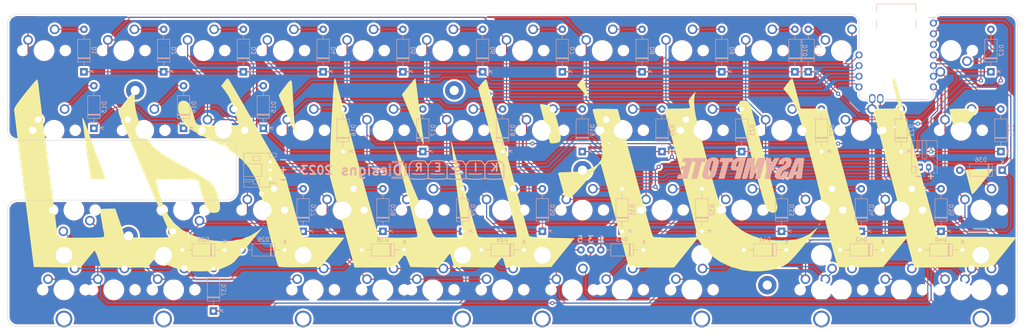
<source format=kicad_pcb>
(kicad_pcb (version 20211014) (generator pcbnew)
  (layers (0 "F.Cu" signal) (31 "B.Cu" signal) (34 "B.Paste" user) (35 "F.Paste" user) (36 "B.SilkS" user "B.Silkscreen") (37 "F.SilkS" user "F.Silkscreen") (38 "B.Mask" user) (39 "F.Mask" user) (44 "Edge.Cuts" user))
  (net 0 "")
  (net 1 "Net-(SW1-Pad2)")
  (net 2 "Net-(SW37-Pad2)")
  (net 3 "Net-(SW38-Pad2)")
  (net 4 "Net-(SW39-Pad2)")
  (net 5 "Net-(SW41-Pad2)")
  (net 6 "Net-(SW2-Pad2)")
  (net 7 "Net-(SW3-Pad2)")
  (net 8 "Net-(SW4-Pad2)")
  (net 9 "Net-(SW5-Pad2)")
  (net 10 "Net-(SW6-Pad2)")
  (net 11 "Net-(SW7-Pad2)")
  (net 12 "Net-(SW8-Pad2)")
  (net 13 "Net-(SW9-Pad2)")
  (net 14 "Net-(SW10-Pad2)")
  (net 15 "Net-(SW13-Pad2)")
  (net 16 "Net-(SW14-Pad2)")
  (net 17 "Net-(SW15-Pad2)")
  (net 18 "Net-(SW16-Pad2)")
  (net 19 "Net-(SW17-Pad2)")
  (net 20 "Net-(SW18-Pad2)")
  (net 21 "Net-(SW19-Pad2)")
  (net 22 "Net-(SW20-Pad2)")
  (net 23 "Net-(SW21-Pad2)")
  (net 24 "Net-(SW22-Pad2)")
  (net 25 "Net-(SW24-Pad2)")
  (net 26 "Net-(SW25-Pad2)")
  (net 27 "Net-(SW26-Pad2)")
  (net 28 "Net-(SW27-Pad2)")
  (net 29 "Net-(SW28-Pad2)")
  (net 30 "Net-(SW29-Pad2)")
  (net 31 "Net-(SW30-Pad2)")
  (net 32 "Net-(SW31-Pad2)")
  (net 33 "Net-(SW32-Pad2)")
  (net 34 "Net-(SW33-Pad2)")
  (net 35 "Net-(SW34-Pad2)")
  (net 36 "Net-(SW35-Pad2)")
  (net 37 "Net-(SW36-Pad2)")
  (net 38 "Net-(SW42-Pad2)")
  (net 39 "Net-(D11-Pad2)")
  (net 40 "Net-(D12-Pad2)")
  (net 41 "Net-(D40-Pad2)")
  (net 42 "ROW0")
  (net 43 "ROW1")
  (net 44 "ROW2")
  (net 45 "ROW3")
  (net 46 "ROW4")
  (net 47 "ROW5")
  (net 48 "ROW6")
  (net 49 "COL0")
  (net 50 "COL1")
  (net 51 "COL2")
  (net 52 "COL3")
  (net 53 "COL4")
  (net 54 "COL5")
  (net 55 "Net-(SW50-Pad1)")
  (net 56 "Net-(D23-Pad2)")
  (net 57 "-BATT")
  (net 58 "+BATT")
  (footprint "marbastlib-mx:SW_MX_1u" (layer "F.Cu") (at 115.8875 71.4375)
    (fp_text reference "SW17" hide)
    (fp_text value "MX_SW_solder" hide)
  )
  (footprint "marbastlib-mx:SW_MX_1u" (layer "F.Cu") (at 115.8875 109.5375)
    (fp_text reference "SW49" hide)
    (fp_text value "MX_SW_solder" hide)
  )
  (footprint "marbastlib-mx:STAB_MX_P_3u" (layer "F.Cu") (at 239.7125 109.5375 180)
    (fp_text reference "S4" hide)
    (fp_text value "MX_stab")
  )
  (footprint "marbastlib-mx:SW_MX_1u" (layer "F.Cu") (at 168.275 52.3875)
    (fp_text reference "SW8" hide)
    (fp_text value "MX_SW_solder" hide)
  )
  (footprint "marbastlib-mx:SW_MX_1u" (layer "F.Cu") (at 77.7875 71.4375)
    (fp_text reference "SW15" hide)
    (fp_text value "MX_SW_solder" hide)
  )
  (footprint "marbastlib-mx:SW_MX_1u" (layer "F.Cu") (at 239.7125 90.4875)
    (fp_text reference "SW35" hide)
    (fp_text value "MX_SW_solder" hide)
  )
  (footprint "marbastlib-mx:SW_MX_1u" (layer "F.Cu") (at 51.59375 109.5375)
    (fp_text reference "SW37" hide)
    (fp_text value "MX_SW_solder" hide)
  )
  (footprint "marbastlib-mx:STAB_MX_P_2.75u" (layer "F.Cu") (at 51.59375 109.5375 180)
    (fp_text reference "S1" hide)
    (fp_text value "MX_stab")
  )
  (footprint "marbastlib-mx:SW_MX_1.75u" (layer "F.Cu") (at 251.61875 52.3875 180)
    (fp_text reference "SW12" hide)
    (fp_text value "MX_SW_solder" hide)
  )
  (footprint "marbastlib-mx:SW_MX_1u" (layer "F.Cu") (at 187.325 52.3875)
    (fp_text reference "SW9" hide)
    (fp_text value "MX_SW_solder" hide)
  )
  (footprint "marbastlib-mx:SW_MX_1.5u" (layer "F.Cu") (at 254 109.5375)
    (fp_text reference "SW46" hide)
    (fp_text value "MX_SW_solder" hide)
  )
  (footprint "LOGO" (layer "F.Cu") (at 148.43125 80.9625)
    (fp_text reference "G***" hide)
    (fp_text value "LOGO" hide)
  )
  (footprint "marbastlib-mx:SW_MX_1.75u" (layer "F.Cu") (at 161.13125 109.5375)
    (fp_text reference "SW40" hide)
    (fp_text value "MX_SW_solder" hide)
  )
  (footprint "marbastlib-mx:SW_MX_1.25u" (layer "F.Cu") (at 37.30625 71.4375)
    (fp_text reference "SW13" hide)
    (fp_text value "MX_SW_solder" hide)
  )
  (footprint "marbastlib-mx:SW_MX_1u" (layer "F.Cu") (at 130.175 52.3875)
    (fp_text reference "SW6" hide)
    (fp_text value "MX_SW_solder" hide)
  )
  (footprint "marbastlib-mx:SW_MX_1u" (layer "F.Cu") (at 153.9875 71.4375)
    (fp_text reference "SW19" hide)
    (fp_text value "MX_SW_solder" hide)
  )
  (footprint "marbastlib-mx:SW_MX_1u" (layer "F.Cu") (at 173.0375 71.4375)
    (fp_text reference "SW20" hide)
    (fp_text value "MX_SW_solder" hide)
  )
  (footprint "marbastlib-mx:SW_MX_1u" (layer "F.Cu") (at 211.1375 71.4375)
    (fp_text reference "SW22" hide)
    (fp_text value "MX_SW_solder" hide)
  )
  (footprint "marbastlib-mx:SW_MX_1.75u" (layer "F.Cu") (at 42.06875 90.4875 180)
    (fp_text reference "SW25" hide)
    (fp_text value "MX_SW_solder" hide)
  )
  (footprint "marbastlib-mx:SW_MX_1u" (layer "F.Cu") (at 106.3625 90.4875)
    (fp_text reference "SW28" hide)
    (fp_text value "MX_SW_solder" hide)
  )
  (footprint "marbastlib-mx:SW_MX_1u" (layer "F.Cu") (at 220.663105 109.5375)
    (fp_text reference "SW47" hide)
    (fp_text value "MX_SW_solder" hide)
  )
  (footprint "marbastlib-mx:SW_MX_1u" (layer "F.Cu") (at 87.3125 90.4875)
    (fp_text reference "SW27" hide)
    (fp_text value "MX_SW_solder" hide)
  )
  (footprint "marbastlib-mx:SW_MX_1u" (layer "F.Cu") (at 73.025 52.3875)
    (fp_text reference "SW3" hide)
    (fp_text value "MX_SW_solder" hide)
  )
  (footprint "marbastlib-mx:SW_MX_1u" (layer "F.Cu") (at 96.8375 71.4375)
    (fp_text reference "SW16" hide)
    (fp_text value "MX_SW_solder" hide)
  )
  (footprint "marbastlib-mx:SW_MX_1.75u" (layer "F.Cu") (at 127.79375 109.5375)
    (fp_text reference "SW39" hide)
    (fp_text value "MX_SW_solder" hide)
  )
  (footprint "marbastlib-mx:SW_MX_1.25u" (layer "F.Cu") (at 99.21875 109.5375)
    (fp_text reference "SW38" hide)
    (fp_text value "MX_SW_solder" hide)
  )
  (footprint "marbastlib-mx:SW_MX_1u" (layer "F.Cu") (at 144.4625 90.4875)
    (fp_text reference "SW30" hide)
    (fp_text value "MX_SW_solder" hide)
  )
  (footprint "marbastlib-mx:SW_MX_1u" (layer "F.Cu") (at 173.0375 109.5375)
    (fp_text reference "SW50" hide)
    (fp_text value "MX_SW_solder" hide)
  )
  (footprint "marbastlib-mx:STAB_MX_P_3u" (layer "F.Cu") (at 115.8875 109.5375 180)
    (fp_text reference "S2" hide)
    (fp_text value "MX_stab")
  )
  (footprint "marbastlib-mx:SW_MX_1u" (layer "F.Cu") (at 34.925 52.3875)
    (fp_text reference "SW1" hide)
    (fp_text value "MX_SW_solder" hide)
  )
  (footprint "marbastlib-mx:SW_MX_1u" (layer "F.Cu") (at 92.075 52.3875)
    (fp_text reference "SW4" hide)
    (fp_text value "MX_SW_solder" hide)
  )
  (footprint "marbastlib-mx:SW_MX_1.5u" (layer "F.Cu") (at 254 71.4375)
    (fp_text reference "SW24" hide)
    (fp_text value "MX_SW_solder" hide)
  )
  (footprint "marbastlib-mx:SW_MX_1u" (layer "F.Cu") (at 53.975 52.3875)
    (fp_text reference "SW2" hide)
    (fp_text value "MX_SW_solder" hide)
  )
  (footprint "marbastlib-mx:SW_MX_1u" (layer "F.Cu") (at 149.225 52.3875)
    (fp_text reference "SW7" hide)
    (fp_text value "MX_SW_solder" hide)
  )
  (footprint "marbastlib-mx:SW_MX_1u" (layer "F.Cu") (at 144.4625 109.5375)
    (fp_text reference "SW51" hide)
    (fp_text value "MX_SW_solder" hide)
  )
  (footprint "marbastlib-mx:SW_MX_1u" (layer "F.Cu") (at 125.4125 90.4875)
    (fp_text reference "SW29" hide)
    (fp_text value "MX_SW_solder" hide)
  )
  (footprint "marbastlib-mx:SW_MX_1.25u" (layer "F.Cu") (at 65.88125 109.5375)
    (fp_text reference "SW44" hide)
    (fp_text value "MX_SW_solder" hide)
  )
  (footprint "marbastlib-mx:SW_MX_1u" (layer "F.Cu") (at 258.7625 109.5375)
    (fp_text reference "SW48" hide)
    (fp_text value "MX_SW_solder" hide)
  )
  (footprint "marbastlib-mx:SW_MX_1u" (layer "F.Cu") (at 239.7125 109.5375)
    (fp_text reference "SW42" hide)
    (fp_text value "MX_SW_solder" hide)
  )
  (footprint "marbastlib-mx:SW_MX_1.5u" (layer "F.Cu") (at 225.425 109.5375)
    (fp_text reference "SW45" hide)
    (fp_text value "MX_SW_solder" hide)
  )
  (footprint "marbastlib-mx:SW_MX_1u" (layer "F.Cu") (at 206.375 52.3875)
    (fp_text reference "SW10" hide)
    (fp_text value "MX_SW_solder" hide)
  )
  (footprint "marbastlib-mx:SW_MX_1u" (layer "F.Cu") (at 182.5625 90.4875)
    (fp_text reference "SW32" hide)
    (fp_text value "MX_SW_solder" hide)
  )
  (footprint "marbastlib-mx:SW_MX_1u" (layer "F.Cu") (at 111.125 52.3875)
    (fp_text reference "SW5" hide)
    (fp_text value "MX_SW_solder" hide)
  )
  (footprint "marbastlib-mx:SW_MX_1u" (layer "F.Cu") (at 225.425 52.3875)
    (fp_text reference "SW11" hide)
    (fp_text value "MX_SW_solder" hide)
  )
  (footprint "marbastlib-mx:SW_MX_1u" (layer "F.Cu") (at 220.6625 90.4875)
    (fp_text reference "SW34" hide)
    (fp_text value "MX_SW_solder" hide)
  )
  (footprint "marbastlib-mx:SW_MX_1u" (layer "F.Cu") (at 163.5125 90.4875)
    (fp_text reference "SW31" hide)
    (fp_text value "MX_SW_solder" hide)
  )
  (footprint "marbastlib-mx:SW_MX_1.5u" (layer "F.Cu") (at 39.688105 109.5375)
    (fp_text reference "SW43" hide)
    (fp_text value "MX_SW_solder" hide)
  )
  (footprint "marbastlib-mx:SW_MX_1u" (layer "F.Cu") (at 68.2625 90.4875 180)
    (fp_text reference "SW26" hide)
    (fp_text value "MX_SW_solder" hide)
  )
  (footprint "marbastlib-mx:SW_MX_1u" (layer "F.Cu") (at 230.1875 71.4375)
    (fp_text reference "SW23" hide)
    (fp_text value "MX_SW_solder" hide)
  )
  (footprint "marbastlib-mx:SW_MX_1u" (layer "F.Cu") (at 58.7375 71.4375)
    (fp_text reference "SW14" hide)
    (fp_text value "MX_SW_solder" hide)
  )
  (footprint "marbastlib-mx:SW_MX_1u" (layer "F.Cu") (at 201.6125 90.4875)
    (fp_text reference "SW33" hide)
    (fp_text value "MX_SW_solder" hide)
  )
  (footprint "marbastlib-mx:SW_MX_1u" (layer "F.Cu") (at 258.7625 90.4875)
    (fp_text reference "SW36" hide)
    (fp_text value "MX_SW_solder" hide)
  )
  (footprint "kicad:Minivan-reference" (layer "F.Cu") (at 238.521875 42.8625)
    (fp_text reference "H1")
    (fp_text value "MountingHole_Pad")
  )
  (footprint "marbastlib-mx:SW_MX_1u" (layer "F.Cu") (at 192.0875 71.4375)
    (fp_text reference "SW21" hide)
    (fp_text value "MX_SW_solder" hide)
  )
  (footprint "marbastlib-mx:SW_MX_1u" (layer "F.Cu") (at 134.9375 71.4375)
    (fp_text reference "SW18" hide)
    (fp_text value "MX_SW_solder" hide)
  )
  (footprint "marbastlib-mx:STAB_MX_P_3u" (layer "F.Cu") (at 173.0375 109.5375 180)
    (fp_text reference "S3" hide)
    (fp_text value "MX_stab")
  )
  (footprint "marbastlib-mx:SW_MX_1.25u" (layer "F.Cu") (at 189.70625 109.5375)
    (fp_text reference "SW41" hide)
    (fp_text value "MX_SW_solder" hide)
  )
  (footprint "LOGO" (layer "B.Cu") (at 125.4125 80.9625 180)
    (fp_text reference "G***" hide)
    (fp_text value "LOGO" hide)
  )
  (footprint "Diode_THT:D_A-405_P10.16mm_Horizontal" (layer "B.Cu") (at 261.14375 57.467499 90)
    (fp_text reference "D12")
    (fp_text value "D_Small")
  )
  (footprint "Diode_THT:D_A-405_P10.16mm_Horizontal" (layer "B.Cu") (at 217.5 57.467498 90)
    (fp_text reference "D11")
    (fp_text value "D_Small")
  )
  (footprint "Diode_THT:D_A-405_P10.16mm_Horizontal" (layer "B.Cu") (at 230.1875 95.567499 90)
    (fp_text reference "D34")
    (fp_text value "D_Small")
  )
  (footprint "Diode_THT:D_A-405_P10.16mm_Horizontal" (layer "B.Cu") (at 115.8875 95.567499 90)
    (fp_text reference "D28")
    (fp_text value "D_Small")
  )
  (footprint "Diode_THT:D_A-405_P10.16mm_Horizontal" (layer "B.Cu") (at 158.75 57.467499 90)
    (fp_text reference "D7")
    (fp_text value "D_Small")
  )
  (footprint "Diode_THT:D_A-405_P10.16mm_Horizontal" (layer "B.Cu") (at 239.7125 76.517499 90)
    (fp_text reference "D23")
    (fp_text value "D_Small")
  )
  (footprint "Diode_THT:D_A-405_P10.16mm_Horizontal" (layer "B.Cu") (at 211.1375 95.567499 90)
    (fp_text reference "D33")
    (fp_text value "D_Small")
  )
  (footprint "Diode_THT:D_A-405_P10.16mm_Horizontal" (layer "B.Cu") (at 235.2675 100.0125 180)
    (fp_text reference "D42")
    (fp_text value "D_Small")
  )
  (footprint "Connector_JST:JST_PH_S3B-PH-K_1x03_P2.00mm_Horizontal" (layer "B.Cu") (at 88.96875 82.9625 90)
    (fp_text reference "J4" hide)
    (fp_text value "Conn_01x03_Female")
  )
  (footprint "Diode_THT:D_A-405_P10.16mm_Horizontal" (layer "B.Cu") (at 46.83125 70.96125 90)
    (fp_text reference "D13")
    (fp_text value "D_Small")
  )
  (footprint "Diode_THT:D_A-405_P10.16mm_Horizontal" (layer "B.Cu") (at 120.65 57.467499 90)
    (fp_text reference "D5")
    (fp_text value "D_Small")
  )
  (footprint "Diode_THT:D_A-405_P10.16mm_Horizontal" (layer "B.Cu") (at 254.3175 100.0125 180)
    (fp_text reference "D40")
    (fp_text value "D_Small")
  )
  (footprint "Diode_THT:D_A-405_P10.16mm_Horizontal" (layer "B.Cu") (at 263.842499 80.9625 180)
    (fp_text reference "D36")
    (fp_text value "D_Small")
  )
  (footprint "Diode_THT:D_A-405_P10.16mm_Horizontal" (layer "B.Cu") (at 177.8 57.467499 90)
    (fp_text reference "D8")
    (fp_text value "D_Small")
  )
  (footprint "Diode_THT:D_A-405_P10.16mm_Horizontal" (layer "B.Cu") (at 144.4625 76.5175 90)
    (fp_text reference "D18")
    (fp_text value "D_Small")
  )
  (footprint "Diode_THT:D_A-405_P10.16mm_Horizontal" (layer "B.Cu") (at 44.45 57.4675 90)
    (fp_text reference "D1")
    (fp_text value "D_Small")
  )
  (footprint "Diode_THT:D_A-405_P10.16mm_Horizontal" (layer "B.Cu") (at 139.7 57.467499 90)
    (fp_text reference "D6")
    (fp_text value "D_Small")
  )
  (footprint "Diode_THT:D_A-405_P10.16mm_Horizontal" (layer "B.Cu") (at 263.525 76.517499 90)
    (fp_text reference "D24")
    (fp_text value "D_Small")
  )
  (footprint "Diode_THT:D_A-405_P10.16mm_Horizontal" (layer "B.Cu") (at 92.392499 100.0125 180)
    (fp_text reference "D26")
    (fp_text value "D_Small")
  )
  (footprint "Connector_JST:JST_PH_S2B-PH-K_1x02_P2.00mm_Horizontal" (layer "B.Cu") (at 244.26875 80.2375)
    (fp_text reference "J5" hide)
    (fp_text value "Conn_01x02_Female")
  )
  (footprint "kiserdesigns:XIAO_BLE_NEG" (layer "B.Cu") (at 238.521875 59.79775 180)
    (fp_text reference "J1" hide)
    (fp_text value "XIAO nrf52840")
  )
  (footprint "Diode_THT:D_A-405_P10.16mm_Horizontal" (layer "B.Cu") (at 68.2625 70.96125 90)
    (fp_text reference "D14")
    (fp_text value "D_Small")
  )
  (footprint "Diode_THT:D_A-405_P10.16mm_Horizontal" (layer "B.Cu") (at 125.4125 76.517499 90)
    (fp_text reference "D17")
    (fp_text value "D_Small")
  )
  (footprint "Diode_THT:D_A-405_P10.16mm_Horizontal" (layer "B.Cu") (at 101.6 57.467499 90)
    (fp_text reference "D4")
    (fp_text value "D_Small")
  )
  (footprint "Diode_THT:D_A-405_P10.16mm_Horizontal" (layer "B.Cu") (at 82.55 57.467499 90)
    (fp_text reference "D3")
    (fp_text value "D_Small")
  )
  (footprint "Diode_THT:D_A-405_P10.16mm_Horizontal" (layer "B.Cu") (at 173.355 100.0125 180)
    (fp_text reference "D45" hide)
    (fp_text value "D_Small")
  )
  (footprint "Diode_THT:D_A-405_P10.16mm_Horizontal" (layer "B.Cu") (at 201.6125 76.517499 90)
    (fp_text reference "D21")
    (fp_text value "D_Small")
  )
  (footprint "Diode_THT:D_A-405_P10.16mm_Horizontal" (layer "B.Cu") (at 196.85 57.467499 90)
    (fp_text reference "D9")
    (fp_text value "D_Small")
  )
  (footprint "Diode_THT:D_A-405_P10.16mm_Horizontal" (layer "B.Cu") (at 192.0875 95.5675 90)
    (fp_text reference "D32")
    (fp_text value "D_Small")
  )
  (footprint "Diode_THT:D_A-405_P10.16mm_Horizontal" (layer "B.Cu") (at 173.0375 95.567499 90)
    (fp_text reference "D31")
    (fp_text value "D_Small")
  )
  (footprint "LOGO" (layer "B.Cu") (at 201.6125 80.9625 180)
    (fp_text reference "G***" hide)
    (fp_text value "LOGO" hide)
  )
  (footprint "Diode_THT:D_A-405_P10.16mm_Horizontal" (layer "B.Cu") (at 182.5625 76.517499 90)
    (fp_text reference "D20")
    (fp_text value "D_Small")
  )
  (footprint "Diode_THT:D_A-405_P10.16mm_Horizontal" (layer "B.Cu") (at 163.5125 76.517499 90)
    (fp_text reference "D19")
    (fp_text value "D_Small")
  )
  (footprint "Diode_THT:D_A-405_P10.16mm_Horizontal" (layer "B.Cu") (at 249.2375 95.567499 90)
    (fp_text reference "D35")
    (fp_text value "D_Small")
  )
  (footprint "Diode_THT:D_A-405_P10.16mm_Horizontal" (layer "B.Cu") (at 134.9375 95.567499 90)
    (fp_text reference "D29")
    (fp_text value "D_Small")
  )
  (footprint "Diode_THT:D_A-405_P10.16mm_Horizontal" (layer "B.Cu") (at 149.542499 100.0125 180)
    (fp_text reference "D39")
    (fp_text value "D_Small")
  )
  (footprint "Diode_THT:D_A-405_P10.16mm_Horizontal" (layer "B.Cu") (at 78.105 100.0125 180)
    (fp_text reference "D25")
    (fp_text value "D_Small")
  )
  (footprint "Diode_THT:D_A-405_P10.16mm_Horizontal" (layer "B.Cu") (at 153.9875 95.567499 90)
    (fp_text reference "D30")
    (fp_text value "D_Small")
  )
  (footprint "Diode_THT:D_A-405_P10.16mm_Horizontal" (layer "B.Cu") (at 120.967499 100.0125 180)
    (fp_text reference "D38")
    (fp_text value "D_Small")
  )
  (footprint "Diode_THT:D_A-405_P10.16mm_Horizontal" (layer "B.Cu") (at 63.5 57.467499 90)
    (fp_text reference "D2")
    (fp_text value "D_Small")
  )
  (footprint "Diode_THT:D_A-405_P10.16mm_Horizontal" (layer "B.Cu") (at 175.73625 100.0125 180)
    (fp_text reference "D44" hide)
    (fp_text value "D_Small")
  )
  (footprint "Diode_THT:D_A-405_P10.16mm_Horizontal" (layer "B.Cu") (at 87.3125 70.96125 90)
    (fp_text reference "D15")
    (fp_text value "D_Small")
  )
  (footprint "Diode_THT:D_A-405_P10.16mm_Horizontal" (layer "B.Cu") (at 75.40625 114.617499 90)
    (fp_text reference "D37")
    (fp_text value "D_Small")
  )
  (footprint "Diode_THT:D_A-405_P10.16mm_Horizontal" (layer "B.Cu") (at 220.6625 76.517499 90)
    (fp_text reference "D22")
    (fp_text value "D_Small")
  )
  (footprint "Diode_THT:D_A-405_P10.16mm_Horizontal" (layer "B.Cu") (at 214.3125 57.4675 90)
    (fp_text reference "D10")
    (fp_text value "D_Small")
  )
  (footprint "Diode_THT:D_A-405_P10.16mm_Horizontal" (layer "B.Cu") (at 96.8375 95.567499 90)
    (fp_text reference "D27")
    (fp_text value "D_Small")
  )
  (footprint "Diode_THT:D_A-405_P10.16mm_Horizontal" (layer "B.Cu") (at 106.3625 76.517499 90)
    (fp_text reference "D16")
    (fp_text value "D_Small")
  )
  (footprint "Diode_THT:D_A-405_P10.16mm_Horizontal" (layer "B.Cu") (at 212.248749 100.0125 180)
    (fp_text reference "D41")
    (fp_text value "D_Small")
  )
  (footprint "Diode_THT:D_A-405_P10.16mm_Horizontal" (layer "B.Cu") (at 178.1175 100.0125 180)
    (fp_text reference "D43")
    (fp_text value "D_Small")
  )
  (gr_line (start 265.1125 118.26875) (end 28.575 118.26875) (layer "Edge.Cuts") (width 0.1))
  (gr_arc (start 28.575 73.81875) (mid 26.891202 73.121298) (end 26.19375 71.4375) (layer "Edge.Cuts") (width 0.1))
  (gr_line (start 247.411875 45.481875) (end 247.411875 62.70625) (layer "Edge.Cuts") (width 0.15))
  (gr_arc (start 28.575 118.26875) (mid 26.891202 117.571298) (end 26.19375 115.8875) (layer "Edge.Cuts") (width 0.1))
  (gr_line (start 28.575 43.65625) (end 227.80625 43.65625) (layer "Edge.Cuts") (width 0.1))
  (gr_line (start 267.49375 115.8875) (end 267.49375 46.0375) (layer "Edge.Cuts") (width 0.1))
  (gr_arc (start 26.19375 90.4875) (mid 26.891202 88.803702) (end 28.575 88.10625) (layer "Edge.Cuts") (width 0.1))
  (gr_line (start 265.1125 43.65625) (end 249.2375 43.65625) (layer "Edge.Cuts") (width 0.1))
  (gr_line (start 28.575 73.81875) (end 78.58125 73.81875) (layer "Edge.Cuts") (width 0.1))
  (gr_line (start 80.9625 76.2) (end 80.9625 85.725) (layer "Edge.Cuts") (width 0.1))
  (gr_line (start 246.0625 64.055625) (end 230.98125 64.03875) (layer "Edge.Cuts") (width 0.15))
  (gr_line (start 78.58125 88.10625) (end 28.575 88.10625) (layer "Edge.Cuts") (width 0.1))
  (gr_line (start 26.19375 46.0375) (end 26.19375 71.4375) (layer "Edge.Cuts") (width 0.1))
  (gr_line (start 229.64875 62.70625) (end 229.631875 45.481875) (layer "Edge.Cuts") (width 0.15))
  (gr_arc (start 78.58125 73.81875) (mid 80.265048 74.516202) (end 80.9625 76.2) (layer "Edge.Cuts") (width 0.1))
  (gr_arc (start 265.1125 43.65625) (mid 266.796298 44.353702) (end 267.49375 46.0375) (layer "Edge.Cuts") (width 0.1))
  (gr_arc (start 227.80625 43.65625) (mid 229.097162 44.190963) (end 229.631875 45.481875) (layer "Edge.Cuts") (width 0.1))
  (gr_arc (start 267.49375 115.8875) (mid 266.796298 117.571298) (end 265.1125 118.26875) (layer "Edge.Cuts") (width 0.1))
  (gr_line (start 26.19375 90.4875) (end 26.19375 115.8875) (layer "Edge.Cuts") (width 0.1))
  (gr_arc (start 247.411875 62.70625) (mid 247.016652 63.660402) (end 246.0625 64.055625) (layer "Edge.Cuts") (width 0.1))
  (gr_arc (start 247.411875 45.481875) (mid 247.946588 44.190963) (end 249.2375 43.65625) (layer "Edge.Cuts") (width 0.1))
  (gr_arc (start 230.98125 64.03875) (mid 230.03903 63.64847) (end 229.64875 62.70625) (layer "Edge.Cuts") (width 0.1))
  (gr_arc (start 26.19375 46.0375) (mid 26.891202 44.353702) (end 28.575 43.65625) (layer "Edge.Cuts") (width 0.1))
  (gr_arc (start 80.9625 85.725) (mid 80.265048 87.408798) (end 78.58125 88.10625) (layer "Edge.Cuts") (width 0.1))
  (gr_text "-\n+\n-" (at 92.075 80.9625 180) (layer "B.SilkS") (effects (font (size 1.5 1.5) (thickness 0.3))))
  (gr_text "2023" (at 100.0125 80.9625) (layer "B.SilkS") (effects (font (size 2 2) (thickness 0.4)) (justify mirror)))
  (gr_text "1 3 5" (at 165.553537 97.464505) (layer "B.SilkS") (effects (font (size 1.5 1.5) (thickness 0.3)) (justify mirror)))
  (gr_text "+ -" (at 245.26875 82.55 180) (layer "B.SilkS") (effects (font (size 1.5 1.5) (thickness 0.3))))
  (gr_text "-\n+\n-" (at 92.075 80.9625 180) (layer "F.SilkS") (effects (font (size 1.5 1.5) (thickness 0.3))))
  (gr_text "+ -" (at 245.26875 82.55 180) (layer "F.SilkS") (effects (font (size 1.5 1.5) (thickness 0.3))))
  (segment (start 37.465 47.3075) (end 44.45 47.3075) (width 0.25) (layer "B.Cu") (net 1))
  (segment (start 73.342501 102.39375) (end 75.40625 104.457499) (width 0.25) (layer "B.Cu") (net 2))
  (segment (start 66.675 102.39375) (end 73.342501 102.39375) (width 0.25) (layer "B.Cu") (net 2))
  (segment (start 64.61125 104.4575) (end 66.675 102.39375) (width 0.25) (layer "B.Cu") (net 2))
  (segment (start 42.228105 104.4575) (end 54.13375 104.4575) (width 0.25) (layer "B.Cu") (net 2))
  (segment (start 54.13375 104.4575) (end 64.61125 104.4575) (width 0.25) (layer "B.Cu") (net 2))
  (segment (start 68.42125 104.4575) (end 71.12 107.15625) (width 0.25) (layer "B.Cu") (net 3))
  (segment (start 79.375 107.15625) (end 82.07375 104.4575) (width 0.25) (layer "B.Cu") (net 3))
  (segment (start 106.362499 104.4575) (end 110.807499 100.0125) (width 0.25) (layer "B.Cu") (net 3))
  (segment (start 82.07375 104.4575) (end 101.75875 104.4575) (width 0.25) (layer "B.Cu") (net 3))
  (segment (start 101.75875 104.4575) (end 106.362499 104.4575) (width 0.25) (layer "B.Cu") (net 3))
  (segment (start 71.12 107.15625) (end 79.375 107.15625) (width 0.25) (layer "B.Cu") (net 3))
  (segment (start 118.4275 104.4575) (end 130.33375 104.4575) (width 0.25) (layer "F.Cu") (net 4))
  (segment (start 143.827499 104.4575) (end 139.382499 100.0125) (width 0.25) (layer "B.Cu") (net 4))
  (segment (start 147.0025 104.4575) (end 143.827499 104.4575) (width 0.25) (layer "B.Cu") (net 4))
  (segment (start 130.33375 104.4575) (end 137.63625 104.4575) (width 0.25) (layer "B.Cu") (net 4))
  (segment (start 139.7 102.39375) (end 139.7 100.330001) (width 0.25) (layer "B.Cu") (net 4))
  (segment (start 139.7 100.330001) (end 139.382499 100.0125) (width 0.25) (layer "B.Cu") (net 4))
  (segment (start 137.63625 104.4575) (end 139.7 102.39375) (width 0.25) (layer "B.Cu") (net 4))
  (segment (start 221.615 106.9975) (end 223.203105 105.409395) (width 0.25) (layer "B.Cu") (net 5))
  (segment (start 192.24625 104.4575) (end 197.643749 104.4575) (width 0.25) (layer "B.Cu") (net 5))
  (segment (start 223.203105 105.409395) (end 223.203105 104.4575) (width 0.25) (layer "B.Cu") (net 5))
  (segment (start 197.643749 104.4575) (end 202.088749 100.0125) (width 0.25) (layer "B.Cu") (net 5))
  (segment (start 218.59875 103.98125) (end 206.057499 103.98125) (width 0.25) (layer "B.Cu") (net 5))
  (segment (start 206.057499 103.98125) (end 202.088749 100.0125) (width 0.25) (layer "B.Cu") (net 5))
  (segment (start 221.615 106.9975) (end 218.59875 103.98125) (width 0.25) (layer "B.Cu") (net 5))
  (segment (start 56.515 47.3075) (end 63.5 47.307499) (width 0.25) (layer "B.Cu") (net 6))
  (segment (start 75.565 47.3075) (end 82.55 47.307499) (width 0.25) (layer "B.Cu") (net 7))
  (segment (start 94.615 47.3075) (end 101.6 47.307499) (width 0.25) (layer "B.Cu") (net 8))
  (segment (start 113.665 47.3075) (end 120.65 47.307499) (width 0.25) (layer "B.Cu") (net 9))
  (segment (start 132.715 47.3075) (end 139.7 47.307499) (width 0.25) (layer "B.Cu") (net 10))
  (segment (start 151.765 47.3075) (end 158.75 47.307499) (width 0.25) (layer "B.Cu") (net 11))
  (segment (start 170.815 47.3075) (end 177.8 47.307499) (width 0.25) (layer "B.Cu") (net 12))
  (segment (start 189.865 47.3075) (end 196.85 47.307499) (width 0.25) (layer "B.Cu") (net 13))
  (segment (start 208.915 47.3075) (end 214.3125 47.3075) (width 0.25) (layer "B.Cu") (net 14))
  (segment (start 45.4025 60.80125) (end 46.83125 60.80125) (width 0.25) (layer "B.Cu") (net 15))
  (segment (start 39.84625 66.3575) (end 45.4025 60.80125) (width 0.25) (layer "B.Cu") (net 15))
  (segment (start 61.2775 66.3575) (end 66.83375 60.80125) (width 0.25) (layer "B.Cu") (net 16))
  (segment (start 66.83375 60.80125) (end 68.2625 60.80125) (width 0.25) (layer "B.Cu") (net 16))
  (segment (start 80.3275 66.3575) (end 85.88375 60.80125) (width 0.25) (layer "B.Cu") (net 17))
  (segment (start 85.88375 60.80125) (end 87.3125 60.80125) (width 0.25) (layer "B.Cu") (net 17))
  (segment (start 106.3625 66.357499) (end 99.3775 66.3575) (width 0.25) (layer "B.Cu") (net 18))
  (segment (start 125.4125 66.357499) (end 118.4275 66.3575) (width 0.25) (layer "B.Cu") (net 19))
  (segment (start 144.4625 66.357499) (end 137.4775 66.3575) (width 0.25) (layer "B.Cu") (net 20))
  (segment (start 163.5125 66.357499) (end 156.5275 66.3575) (width 0.25) (layer "B.Cu") (net 21))
  (segment (start 182.5625 66.357499) (end 175.5775 66.3575) (width 0.25) (layer "B.Cu") (net 22))
  (segment (start 201.6125 66.357499) (end 194.6275 66.3575) (width 0.25) (layer "B.Cu") (net 23))
  (segment (start 220.6625 66.357499) (end 213.6775 66.3575) (width 0.25) (layer "B.Cu") (net 24))
  (segment (start 263.525 66.357499) (end 256.54 66.3575) (width 0.25) (layer "B.Cu") (net 25))
  (segment (start 65.56375 97.63125) (end 67.945 100.0125) (width 0.25) (layer "B.Cu") (net 26))
  (segment (start 39.52875 95.5675) (end 43.97375 100.0125) (width 0.25) (layer "B.Cu") (net 26))
  (segment (start 59.53125 100.0125) (end 61.9125 97.63125) (width 0.25) (layer "B.Cu") (net 26))
  (segment (start 43.97375 100.0125) (end 59.53125 100.0125) (width 0.25) (layer "B.Cu") (net 26))
  (segment (start 61.9125 97.63125) (end 65.56375 97.63125) (width 0.25) (layer "B.Cu") (net 26))
  (segment (start 65.7225 95.5675) (end 69.37375 95.5675) (width 0.25) (layer "B.Cu") (net 27))
  (segment (start 69.37375 95.5675) (end 76.2 102.39375) (width 0.25) (layer "B.Cu") (net 27))
  (segment (start 79.851249 102.39375) (end 82.232499 100.0125) (width 0.25) (layer "B.Cu") (net 27))
  (segment (start 76.2 102.39375) (end 79.851249 102.39375) (width 0.25) (layer "B.Cu") (net 27))
  (segment (start 89.8525 85.4075) (end 96.8375 85.407499) (width 0.25) (layer "B.Cu") (net 28))
  (segment (start 108.9025 85.4075) (end 115.8875 85.407499) (width 0.25) (layer "B.Cu") (net 29))
  (segment (start 127.9525 85.4075) (end 134.9375 85.407499) (width 0.25) (layer "B.Cu") (net 30))
  (segment (start 153.9875 85.407499) (end 147.0025 85.4075) (width 0.25) (layer "B.Cu") (net 31))
  (segment (start 173.0375 85.407499) (end 166.0525 85.4075) (width 0.25) (layer "B.Cu") (net 32))
  (segment (start 192.0875 85.4075) (end 185.1025 85.4075) (width 0.25) (layer "B.Cu") (net 33))
  (segment (start 211.1375 85.407499) (end 204.1525 85.4075) (width 0.25) (layer "B.Cu") (net 34))
  (segment (start 230.1875 85.407499) (end 223.2025 85.4075) (width 0.25) (layer "B.Cu") (net 35))
  (segment (start 249.2375 85.407499) (end 242.2525 85.4075) (width 0.25) (layer "B.Cu") (net 36))
  (segment (start 261.3025 85.4075) (end 256.8575 80.9625) (width 0.25) (layer "B.Cu") (net 37))
  (segment (start 256.8575 80.9625) (end 253.682499 80.9625) (width 0.25) (layer "B.Cu") (net 37))
  (segment (start 240.9825 103.1875) (end 242.2525 104.4575) (width 0.25) (layer "B.Cu") (net 38))
  (segment (start 225.1075 100.0125) (end 229.39375 100.0125) (width 0.25) (layer "B.Cu") (net 38))
  (segment (start 229.39375 100.0125) (end 232.56875 103.1875) (width 0.25) (layer "B.Cu") (net 38))
  (segment (start 232.56875 103.1875) (end 240.9825 103.1875) (width 0.25) (layer "B.Cu") (net 38))
  (segment (start 221.615 49.8475) (end 219.074998 47.307498) (width 0.25) (layer "B.Cu") (net 39))
  (segment (start 219.074998 47.307498) (end 217.5 47.307498) (width 0.25) (layer "B.Cu") (net 39))
  (segment (start 261.14375 52.3875) (end 258.60375 54.9275) (width 0.25) (layer "B.Cu") (net 40))
  (segment (start 261.14375 47.307499) (end 261.14375 52.3875) (width 0.25) (layer "B.Cu") (net 40))
  (segment (start 258.60375 54.9275) (end 255.42875 54.9275) (width 0.25) (layer "B.Cu") (net 40))
  (segment (start 244.1575 100.0125) (end 244.1575 100.965) (width 0.25) (layer "F.Cu") (net 41))
  (segment (start 246.53875 97.63125) (end 244.1575 100.0125) (width 0.25) (layer "F.Cu") (net 41))
  (segment (start 262.73125 100.0125) (end 260.35 97.63125) (width 0.25) (layer "F.Cu") (net 41))
  (segment (start 260.35 97.63125) (end 246.53875 97.63125) (width 0.25) (layer "F.Cu") (net 41))
  (segment (start 261.3025 104.4575) (end 262.73125 103.02875) (width 0.25) (layer "F.Cu") (net 41))
  (segment (start 244.1575 100.965) (end 250.19 106.9975) (width 0.25) (layer "F.Cu") (net 41))
  (segment (start 262.73125 103.02875) (end 262.73125 100.0125) (width 0.25) (layer "F.Cu") (net 41))
  (segment (start 245.26875 111.91875) (end 246.0625 111.125) (width 0.25) (layer "B.Cu") (net 41))
  (segment (start 163.67125 104.4575) (end 164.30625 105.0925) (width 0.25) (layer "B.Cu") (net 41))
  (segment (start 246.0625 101.9175) (end 244.1575 100.0125) (width 0.25) (layer "B.Cu") (net 41))
  (segment (start 164.30625 105.0925) (end 164.30625 110.33125) (width 0.25) (layer "B.Cu") (net 41))
  (segment (start 164.30625 110.33125) (end 165.89375 111.91875) (width 0.25) (layer "B.Cu") (net 41))
  (segment (start 165.89375 111.91875) (end 245.26875 111.91875) (width 0.25) (layer "B.Cu") (net 41))
  (segment (start 246.0625 111.125) (end 246.0625 101.9175) (width 0.25) (layer "B.Cu") (net 41))
  (segment (start 221.45625 57.15) (end 219.075 59.53125) (width 0.25) (layer "B.Cu") (net 42))
  (segment (start 141.763751 59.53125) (end 139.7 57.467499) (width 0.25) (layer "B.Cu") (net 42))
  (segment (start 221.45625 57.15) (end 228.469625 57.15) (width 0.25) (layer "B.Cu") (net 42))
  (segment (start 219.075 59.53125) (end 141.763751 59.53125) (width 0.25) (layer "B.Cu") (net 42))
  (segment (start 44.45 57.4675) (end 139.7 57.467499) (width 0.25) (layer "B.Cu") (net 42))
  (segment (start 228.469625 57.15) (end 229.631875 55.98775) (width 0.25) (layer "B.Cu") (net 42))
  (segment (start 217.5 57.467498) (end 219.392498 57.467498) (width 0.25) (layer "F.Cu") (net 43))
  (segment (start 220.6625 58.7375) (end 224.63125 62.70625) (width 0.25) (layer "F.Cu") (net 43))
  (segment (start 219.392498 57.467498) (end 220.6625 58.7375) (width 0.25) (layer "F.Cu") (net 43))
  (via (at 224.63125 62.70625) (size 1) (drill 0.5) (layers "F.Cu" "B.Cu") (net 43))
  (segment (start 244.475 68.2625) (end 252.888751 59.848749) (width 0.25) (layer "B.Cu") (net 43))
  (segment (start 261.14375 57.467499) (end 252.888751 57.467499) (width 0.25) (layer "B.Cu") (net 43))
  (segment (start 230.1875 68.2625) (end 244.475 68.2625) (width 0.25) (layer "B.Cu") (net 43))
  (segment (start 224.63125 62.70625) (end 230.1875 68.2625) (width 0.25) (layer "B.Cu") (net 43))
  (segment (start 252.888751 57.467499) (end 251.431624 57.467499) (width 0.25) (layer "B.Cu") (net 43))
  (segment (start 251.431624 57.467499) (end 247.411875 53.44775) (width 0.25) (layer "B.Cu") (net 43))
  (segment (start 158.75 57.467499) (end 217.5 57.467498) (width 0.25) (layer "B.Cu") (net 43))
  (segment (start 252.888751 59.848749) (end 252.888751 57.467499) (width 0.25) (layer "B.Cu") (net 43))
  (segment (start 220.6625 61.11875) (end 223.04375 58.7375) (width 0.25) (layer "B.Cu") (net 44))
  (segment (start 229.422125 58.7375) (end 229.631875 58.52775) (width 0.25) (layer "B.Cu") (net 44))
  (segment (start 87.3125 70.96125) (end 98.7425 59.53125) (width 0.25) (layer "B.Cu") (net 44))
  (segment (start 92.868749 76.517499) (end 106.3625 76.517499) (width 0.25) (layer "B.Cu") (net 44))
  (segment (start 46.83125 70.96125) (end 51.91125 65.88125) (width 0.25) (layer "B.Cu") (net 44))
  (segment (start 106.3625 76.517499) (end 144.4625 76.517499) (width 0.25) (layer "B.Cu") (net 44))
  (segment (start 57.15 65.88125) (end 60.325 69.05625) (width 0.25) (layer "B.Cu") (net 44))
  (segment (start 129.38125 59.53125) (end 130.175 58.7375) (width 0.25) (layer "B.Cu") (net 44))
  (segment (start 60.325 69.05625) (end 66.3575 69.05625) (width 0.25) (layer "B.Cu") (net 44))
  (segment (start 76.2 65.88125) (end 79.375 69.05625) (width 0.25) (layer "B.Cu") (net 44))
  (segment (start 85.4075 69.05625) (end 87.3125 70.96125) (width 0.25) (layer "B.Cu") (net 44))
  (segment (start 68.2625 70.96125) (end 73.3425 65.88125) (width 0.25) (layer "B.Cu") (net 44))
  (segment (start 73.3425 65.88125) (end 76.2 65.88125) (width 0.25) (layer "B.Cu") (net 44))
  (segment (start 87.3125 70.96125) (end 92.868749 76.517499) (width 0.25) (layer "B.Cu") (net 44))
  (segment (start 79.375 69.05625) (end 85.4075 69.05625) (width 0.25) (layer "B.Cu") (net 44))
  (segment (start 130.175 58.7375) (end 134.9375 58.7375) (width 0.25) (layer "B.Cu") (net 44))
  (segment (start 138.1125 61.11875) (end 220.6625 61.11875) (width 0.25) (layer "B.Cu") (net 44))
  (segment (start 66.3575 69.05625) (end 68.2625 70.96125) (width 0.25) (layer "B.Cu") (net 44))
  (segment (start 223.04375 58.7375) (end 229.422125 58.7375) (width 0.25) (layer "B.Cu") (net 44))
  (segment (start 135.73125 58.7375) (end 138.1125 61.11875) (width 0.25) (layer "B.Cu") (net 44))
  (segment (start 51.91125 65.88125) (end 57.15 65.88125) (width 0.25) (layer "B.Cu") (net 44))
  (segment (start 98.7425 59.53125) (end 129.38125 59.53125) (width 0.25) (layer "B.Cu") (net 44))
  (segment (start 134.9375 58.7375) (end 135.73125 58.7375) (width 0.25) (layer "B.Cu") (net 44))
  (segment (start 163.5125 76.517499) (end 182.5625 76.517499) (width 0.25) (layer "F.Cu") (net 45))
  (segment (start 239.7125 76.517499) (end 246.840763 76.517499) (width 0.25) (layer "F.Cu") (net 45))
  (segment (start 247.599 61.06775) (end 248.44375 61.9125) (width 0.25) (layer "F.Cu") (net 45))
  (segment (start 246.85625 68.2625) (end 246.85625 76.502012) (width 0.25) (layer "F.Cu") (net 45))
  (segment (start 248.44375 66.675) (end 246.85625 68.2625) (width 0.25) (layer "F.Cu") (net 45))
  (segment (start 246.840763 76.517499) (end 246.85625 76.502012) (width 0.25) (layer "F.Cu") (net 45))
  (segment (start 247.411875 61.06775) (end 247.599 61.06775) (width 0.25) (layer "F.Cu") (net 45))
  (segment (start 248.44375 61.9125) (end 248.44375 66.675) (width 0.25) (layer "F.Cu") (net 45))
  (via (at 246.85625 76.502012) (size 1) (drill 0.5) (layers "F.Cu" "B.Cu") (net 45))
  (segment (start 246.85625 76.502012) (end 263.525 76.517499) (width 0.25) (layer "B.Cu") (net 45))
  (segment (start 182.5625 76.517499) (end 239.7125 76.517499) (width 0.25) (layer "B.Cu") (net 45))
  (segment (start 153.9875 90.4875) (end 150.8125 87.3125) (width 0.25) (layer "F.Cu") (net 46))
  (segment (start 148.43125 80.16875) (end 148.43125 73.81875) (width 0.25) (layer "F.Cu") (net 46))
  (segment (start 141.2875 66.675) (end 141.2875 62.70625) (width 0.25) (layer "F.Cu") (net 46))
  (segment (start 153.9875 95.567499) (end 153.9875 90.4875) (width 0.25) (layer "F.Cu") (net 46))
  (segment (start 150.8125 82.55) (end 148.43125 80.16875) (width 0.25) (layer "F.Cu") (net 46))
  (segment (start 148.43125 73.81875) (end 141.2875 66.675) (width 0.25) (layer "F.Cu") (net 46))
  (segment (start 150.8125 87.3125) (end 150.8125 82.55) (width 0.25) (layer "F.Cu") (net 46))
  (via (at 141.2875 62.70625) (size 1) (drill 0.5) (layers "F.Cu" "B.Cu") (net 46))
  (segment (start 224.63125 60.325) (end 228.889125 60.325) (width 0.25) (layer "B.Cu") (net 46))
  (segment (start 218.28125 62.70625) (end 222.25 62.70625) (width 0.25) (layer "B.Cu") (net 46))
  (segment (start 218.28125 62.70625) (end 141.2875 62.70625) (width 0.25) (layer "B.Cu") (net 46))
  (segment (start 84.93125 97.63125) (end 87.3125 100.0125) (width 0.25) (layer "B.Cu") (net 46))
  (segment (start 228.889125 60.325) (end 229.631875 61.06775) (width 0.25) (layer "B.Cu") (net 46))
  (segment (start 96.8375 95.567499) (end 153.9875 95.567499) (width 0.25) (layer "B.Cu") (net 46))
  (segment (start 87.3125 100.0125) (end 92.392499 100.0125) (width 0.25) (layer "B.Cu") (net 46))
  (segment (start 222.25 62.70625) (end 224.63125 60.325) (width 0.25) (layer "B.Cu") (net 46))
  (segment (start 78.105 100.0125) (end 80.48625 97.63125) (width 0.25) (layer "B.Cu") (net 46))
  (segment (start 92.392499 100.0125) (end 96.8375 95.567499) (width 0.25) (layer "B.Cu") (net 46))
  (segment (start 80.48625 97.63125) (end 84.93125 97.63125) (width 0.25) (layer "B.Cu") (net 46))
  (segment (start 251.61875 55.5625) (end 257.96875 61.9125) (width 0.25) (layer "F.Cu") (net 47))
  (segment (start 257.96875 61.9125) (end 264.31875 61.9125) (width 0.25) (layer "F.Cu") (net 47))
  (segment (start 265.90625 78.898749) (end 263.842499 80.9625) (width 0.25) (layer "F.Cu") (net 47))
  (segment (start 247.837125 55.5625) (end 251.61875 55.5625) (width 0.25) (layer "F.Cu") (net 47))
  (segment (start 264.31875 61.9125) (end 265.90625 63.5) (width 0.25) (layer "F.Cu") (net 47))
  (segment (start 265.90625 63.5) (end 265.90625 78.898749) (width 0.25) (layer "F.Cu") (net 47))
  (segment (start 247.411875 55.98775) (end 247.837125 55.5625) (width 0.25) (layer "F.Cu") (net 47))
  (segment (start 249.2375 95.567499) (end 173.0375 95.567499) (width 0.25) (layer "B.Cu") (net 47))
  (segment (start 249.2375 95.567499) (end 264.795001 95.567499) (width 0.25) (layer "B.Cu") (net 47))
  (segment (start 265.90625 83.026251) (end 263.842499 80.9625) (width 0.25) (layer "B.Cu") (net 47))
  (segment (start 265.90625 94.45625) (end 265.90625 83.026251) (width 0.25) (layer "B.Cu") (net 47))
  (segment (start 264.795001 95.567499) (end 265.90625 94.45625) (width 0.25) (layer "B.Cu") (net 47))
  (segment (start 134.14375 112.7125) (end 135.73125 111.125) (width 0.25) (layer "F.Cu") (net 48))
  (segment (start 235.74375 75.40625) (end 235.74375 82.55) (width 0.25) (layer "F.Cu") (net 48))
  (segment (start 135.73125 106.3625) (end 129.38125 100.0125) (width 0.25) (layer "F.Cu") (net 48))
  (segment (start 88.582501 114.617499) (end 90.4875 112.7125) (width 0.25) (layer "F.Cu") (net 48))
  (segment (start 234.711875 63.86175) (end 234.711875 68.500625) (width 0.25) (layer "F.Cu") (net 48))
  (segment (start 240.50625 100.0125) (end 235.2675 100.0125) (width 0.25) (layer "F.Cu") (net 48))
  (segment (start 234.711875 68.500625) (end 233.734173 69.478327) (width 0.25) (layer "F.Cu") (net 48))
  (segment (start 90.4875 112.7125) (end 134.14375 112.7125) (width 0.25) (layer "F.Cu") (net 48))
  (segment (start 235.74375 82.55) (end 242.8875 89.69375) (width 0.25) (layer "F.Cu") (net 48))
  (segment (start 242.8875 97.63125) (end 240.50625 100.0125) (width 0.25) (layer "F.Cu") (net 48))
  (segment (start 75.40625 114.617499) (end 88.582501 114.617499) (width 0.25) (layer "F.Cu") (net 48))
  (segment (start 242.8875 89.69375) (end 242.8875 97.63125) (width 0.25) (layer "F.Cu") (net 48))
  (segment (start 129.38125 100.0125) (end 120.967499 100.0125) (width 0.25) (layer "F.Cu") (net 48))
  (segment (start 233.734173 69.478327) (end 233.734173 73.396673) (width 0.25) (layer "F.Cu") (net 48))
  (segment (start 135.73125 111.125) (end 135.73125 106.3625) (width 0.25) (layer "F.Cu") (net 48))
  (segment (start 233.734173 73.396673) (end 235.74375 75.40625) (width 0.25) (layer "F.Cu") (net 48))
  (segment (start 180.18125 102.39375) (end 180.18125 97.63125) (width 0.25) (layer "B.Cu") (net 48))
  (segment (start 157.1625 97.63125) (end 173.0375 97.63125) (width 0.25) (layer "B.Cu") (net 48))
  (segment (start 175.5775 104.4575) (end 178.1175 104.4575) (width 0.25) (layer "B.Cu") (net 48))
  (segment (start 120.967499 100.0125) (end 123.348749 97.63125) (width 0.25) (layer "B.Cu") (net 48))
  (segment (start 212.248749 100.0125) (end 209.867499 97.63125) (width 0.25) (layer "B.Cu") (net 48))
  (segment (start 178.1175 104.4575) (end 180.18125 102.39375) (width 0.25) (layer "B.Cu") (net 48))
  (segment (start 232.88625 97.63125) (end 230.1875 97.63125) (width 0.25) (layer "B.Cu") (net 48))
  (segment (start 209.867499 97.63125) (end 196.05625 97.63125) (width 0.25) (layer "B.Cu") (net 48))
  (segment (start 230.1875 97.63125) (end 251.93625 97.63125) (width 0.25) (layer "B.Cu") (net 48))
  (segment (start 151.923749 97.63125) (end 157.1625 97.63125) (width 0.25) (layer "B.Cu") (net 48))
  (segment (start 123.348749 97.63125) (end 157.1625 97.63125) (width 0.25) (layer "B.Cu") (net 48))
  (segment (start 196.05625 97.63125) (end 230.1875 97.63125) (width 0.25) (layer "B.Cu") (net 48))
  (segment (start 180.18125 97.63125) (end 196.05625 97.63125) (width 0.25) (layer "B.Cu") (net 48))
  (segment (start 149.542499 100.0125) (end 151.923749 97.63125) (width 0.25) (layer "B.Cu") (net 48))
  (segment (start 173.0375 97.63125) (end 180.18125 97.63125) (width 0.25) (layer "B.Cu") (net 48))
  (segment (start 235.2675 100.0125) (end 232.88625 97.63125) (width 0.25) (layer "B.Cu") (net 48))
  (segment (start 251.93625 97.63125) (end 254.3175 100.0125) (width 0.25) (layer "B.Cu") (net 48))
  (segment (start 181.76875 110.33125) (end 181.76875 96.8375) (width 0.25) (layer "F.Cu") (net 49))
  (segment (start 140.255625 44.688125) (end 141.049375 45.481875) (width 0.25) (layer "F.Cu") (net 49))
  (segment (start 31.115 47.46625) (end 34.13125 44.45) (width 0.25) (layer "F.Cu") (net 49))
  (segment (start 140.81125 45.24375) (end 140.255625 44.688125) (width 0.25) (layer "F.Cu") (net 49))
  (segment (start 140.0175 44.45) (end 140.255625 44.688125) (width 0.25) (layer "F.Cu") (net 49))
  (segment (start 150.1775 78.4225) (end 159.7025 87.9475) (width 0.25) (layer "F.Cu") (net 49))
  (segment (start 180.975 80.9625) (end 181.76875 80.16875) (width 0.25) (layer "F.Cu") (net 49))
  (segment (start 142.08125 45.24375) (end 140.81125 45.24375) (width 0.25) (layer "F.Cu") (net 49))
  (segment (start 141.049375 45.481875) (end 145.415 49.8475) (width 0.25) (layer "F.Cu") (net 49))
  (segment (start 45.87875 93.0275) (end 47.78375 94.9325) (width 0.25) (layer "F.Cu") (net 49))
  (segment (start 185.7375 92.86875) (end 185.7375 89.69375) (width 0.25) (layer "F.Cu") (net 49))
  (segment (start 179.3875 112.7125) (end 181.76875 110.33125) (width 0.25) (layer "F.Cu") (net 49))
  (segment (start 142.08125 45.24375) (end 141.2875 45.24375) (width 0.25) (layer "F.Cu") (net 49))
  (segment (start 185.7375 89.69375) (end 180.975 84.93125) (width 0.25) (layer "F.Cu") (net 49))
  (segment (start 180.975 84.93125) (end 180.975 80.9625) (width 0.25) (layer "F.Cu") (net 49))
  (segment (start 181.76875 96.8375) (end 185.7375 92.86875) (width 0.25) (layer "F.Cu") (net 49))
  (segment (start 145.415 64.135) (end 150.1775 68.8975) (width 0.25) (layer "F.Cu") (net 49))
  (segment (start 31.115 49.8475) (end 31.115 66.51625) (width 0.25) (layer "F.Cu") (net 49))
  (segment (start 34.13125 44.45) (end 140.0175 44.45) (width 0.25) (layer "F.Cu") (net 49))
  (segment (start 145.415 49.8475) (end 145.415 64.135) (width 0.25) (layer "F.Cu") (net 49))
  (segment (start 156.36875 112.7125) (end 179.3875 112.7125) (width 0.25) (layer "F.Cu") (net 49))
  (segment (start 31.115 49.8475) (end 31.115 47.46625) (width 0.25) (layer "F.Cu") (net 49))
  (segment (start 47.78375 106.9975) (end 35.878105 106.9975) (width 0.25) (layer "F.Cu") (net 49))
  (segment (start 47.78375 94.9325) (end 47.78375 106.9975) (width 0.25) (layer "F.Cu") (net 49))
  (segment (start 150.1775 68.8975) (end 150.1775 78.4225) (width 0.25) (layer "F.Cu") (net 49))
  (segment (start 31.115 66.51625) (end 33.49625 68.8975) (width 0.25) (layer "F.Cu") (net 49))
  (via (at 181.76875 80.16875) (size 1) (drill 0.5) (layers "F.Cu" "B.Cu") (net 49))
  (via (at 156.36875 112.7125) (size 1) (drill 0.5) (layers "F.Cu" "B.Cu") (net 49))
  (via (at 180.975 84.93125) (size 1) (drill 0.5) (layers "F.Cu" "B.Cu") (net 49))
  (segment (start 48.41875 111.125) (end 50.00625 112.7125) (width 0.25) (layer "B.Cu") (net 49))
  (segment (start 50.00625 112.7125) (end 134.9375 112.7125) (width 0.25) (layer "B.Cu") (net 49))
  (segment (start 159.7025 87.9475) (end 173.99 87.9475) (width 0.25) (layer "B.Cu") (net 49))
  (segment (start 48.41875 107.6325) (end 48.41875 111.125) (width 0.25) (layer "B.Cu") (net 49))
  (segment (start 246.85625 77.7875) (end 248.44375 79.375) (width 0.25) (layer "B.Cu") (net 49))
  (segment (start 47.78375 106.9975) (end 48.41875 107.6325) (width 0.25) (layer "B.Cu") (net 49))
  (segment (start 248.44375 79.375) (end 264.31875 79.375) (width 0.25) (layer "B.Cu") (net 49))
  (segment (start 240.50625 79.375) (end 242.09375 79.375) (width 0.25) (layer "B.Cu") (net 49))
  (segment (start 177.00625 84.93125) (end 180.975 84.93125) (width 0.25) (layer "B.Cu") (net 49))
  (segment (start 181.76875 80.16875) (end 182.5625 79.375) (width 0.25) (layer "B.Cu") (net 49))
  (segment (start 265.90625 77.7875) (end 265.90625 46.83125) (width 0.25) (layer "B.Cu") (net 49))
  (segment (start 243.68125 77.7875) (end 246.85625 77.7875) (width 0.25) (layer "B.Cu") (net 49))
  (segment (start 242.09375 79.375) (end 243.68125 77.7875) (width 0.25) (layer "B.Cu") (net 49))
  (segment (start 265.90625 46.83125) (end 264.31875 45.24375) (width 0.25) (layer "B.Cu") (net 49))
  (segment (start 264.31875 79.375) (end 265.90625 77.7875) (width 0.25) (layer "B.Cu") (net 49))
  (segment (start 247.995875 45.24375) (end 247.411875 45.82775) (width 0.25) (layer "B.Cu") (net 49))
  (segment (start 134.9375 112.7125) (end 156.36875 112.7125) (width 0.25) (layer "B.Cu") (net 49))
  (segment (start 173.99 87.9475) (end 177.00625 84.93125) (width 0.25) (layer "B.Cu") (net 49))
  (segment (start 182.5625 79.375) (end 240.50625 79.375) (width 0.25) (layer "B.Cu") (net 49))
  (segment (start 264.31875 45.24375) (end 247.995875 45.24375) (width 0.25) (layer "B.Cu") (net 49))
  (segment (start 84.93125 84.1375) (end 84.93125 55.5625) (width 0.25) (layer "F.Cu") (net 50))
  (segment (start 50.165 64.135) (end 54.9275 68.8975) (width 0.25) (layer "F.Cu") (net 50))
  (segment (start 169.2275 72.39) (end 169.2275 68.8975) (width 0.25) (layer "F.Cu") (net 50))
  (segment (start 72.0725 93.0275) (end 72.0725 93.82125) (width 0.25) (layer "F.Cu") (net 50))
  (segment (start 257.175 47.625) (end 258.7625 49.2125) (width 0.25) (layer "F.Cu") (net 50))
  (segment (start 178.7525 80.80375) (end 180.975 78.58125) (width 0.25) (layer "F.Cu") (net 50))
  (segment (start 176.37125 87.9475) (end 178.7525 87.9475) (width 0.25) (layer "F.Cu") (net 50))
  (segment (start 180.975 78.58125) (end 184.15 78.58125) (width 0.25) (layer "F.Cu") (net 50))
  (segment (start 67.46875 47.625) (end 65.24625 49.8475) (width 0.25) (layer "F.Cu") (net 50))
  (segment (start 61.9125 97.63125) (end 59.53125 100.0125) (width 0.25) (layer "F.Cu") (net 50))
  (segment (start 59.53125 104.4575) (end 62.07125 106.9975) (width 0.25) (layer "F.Cu") (net 50))
  (segment (start 68.2625 97.63125) (end 61.9125 97.63125) (width 0.25) (layer "F.Cu") (net 50))
  (segment (start 59.53125 100.0125) (end 59.53125 104.4575) (width 0.25) (layer "F.Cu") (net 50))
  (segment (start 65.24625 49.8475) (end 50.165 49.8475) (width 0.25) (layer "F.Cu") (net 50))
  (segment (start 164.465 49.8475) (end 164.465 64.135) (width 0.25) (layer "F.Cu") (net 50))
  (segment (start 178.7525 87.9475) (end 178.7525 80.80375) (width 0.25) (layer "F.Cu") (net 50))
  (segment (start 184.15 74.6125) (end 171.45 74.6125) (width 0.25) (layer "F.Cu") (net 50))
  (segment (start 164.465 64.135) (end 169.2275 68.8975) (width 0.25) (layer "F.Cu") (net 50))
  (segment (start 50.165 49.8475) (end 50.165 64.135) (width 0.25) (layer "F.Cu") (net 50))
  (segment (start 248.154625 47.625) (end 251.61875 47.625) (width 0.25) (layer "F.Cu") (net 50))
  (segment (start 87.3125 86.51875) (end 84.93125 84.1375) (width 0.25) (layer "F.Cu") (net 50))
  (segment (start 84.93125 55.5625) (end 78.58125 49.2125) (width 0.25) (layer "F.Cu") (net 50))
  (segment (start 171.45 74.6125) (end 169.2275 72.39) (width 0.25) (layer "F.Cu") (net 50))
  (segment (start 72.23125 49.2125) (end 70.64375 47.625) (width 0.25) (layer "F.Cu") (net 50))
  (segment (start 184.94375 75.40625) (end 184.15 74.6125) (width 0.25) (layer "F.Cu") (net 50))
  (segment (start 167.9575 100.0125) (end 167.9575 96.36125) (width 0.25) (layer "F.Cu") (net 50))
  (segment (start 72.0725 93.82125) (end 68.2625 97.63125) (width 0.25) (layer "F.Cu") (net 50))
  (segment (start 167.9575 96.36125) (end 176.37125 87.9475) (width 0.25) (layer "F.Cu") (net 50))
  (segment (start 70.64375 47.625) (end 67.46875 47.625) (width 0.25) (layer "F.Cu") (net 50))
  (segment (start 184.94375 77.7875) (end 184.94375 75.40625) (width 0.25) (layer "F.Cu") (net 50))
  (segment (start 247.411875 48.36775) (end 248.154625 47.625) (width 0.25) (layer "F.Cu") (net 50))
  (segment (start 251.61875 47.625) (end 257.175 47.625) (width 0.25) (layer "F.Cu") (net 50))
  (segment (start 258.7625 49.2125) (end 263.525 53.975) (width 0.25) (layer "F.Cu") (net 50))
  (segment (start 78.58125 49.2125) (end 72.23125 49.2125) (width 0.25) (layer "F.Cu") (net 50))
  (segment (start 263.525 53.975) (end 263.525 59.53125) (width 0.25) (layer "F.Cu") (net 50))
  (segment (start 95.40875 106.9975) (end 62.07125 106.9975) (width 0.25) (layer "F.Cu") (net 50))
  (segment (start 184.15 78.58125) (end 184.94375 77.7875) (width 0.25) (layer "F.Cu") (net 50))
  (via (at 263.525 59.53125) (size 1) (drill 0.5) (layers "F.Cu" "B.Cu") (net 50))
  (via (at 87.3125 86.51875) (size 1) (drill 0.5) (layers "F.Cu" "B.Cu") (net 50))
  (via (at 184.94375 77.7875) (size 1) (drill 0.5) (layers "F.Cu" "B.Cu") (net 50))
  (segment (start 50.165 49.8475) (end 55.5625 44.45) (width 0.25) (layer "B.Cu") (net 50))
  (segment (start 72.7075 93.6625) (end 88.9 93.6625) (width 0.25) (layer "B.Cu") (net 50))
  (segment (start 160.099375 45.481875) (end 164.465 49.8475) (width 0.25) (layer "B.Cu") (net 50))
  (segment (start 159.0675 44.45) (end 159.7025 45.085) (width 0.25) (layer "B.Cu") (net 50))
  (segment (start 159.7025 45.085) (end 160.099375 45.481875) (width 0.25) (layer "B.Cu") (net 50))
  (segment (start 160.3375 45.24375) (end 159.86125 45.24375) (width 0.25) (layer "B.Cu") (net 50))
  (segment (start 261.9375 61.11875) (end 263.525 59.53125) (width 0.25) (layer "B.Cu") (net 50))
  (segment (start 184.94375 77.7875) (end 185.7375 78.58125) (width 0.25) (layer "B.Cu") (net 50))
  (segment (start 185.7375 78.58125) (end 241.3 78.58125) (width 0.25) (layer "B.Cu") (net 50))
  (segment (start 243.68125 76.2) (end 243.68125 72.23125) (width 0.25) (layer "B.Cu") (net 50))
  (segment (start 243.68125 72.23125) (end 254.79375 61.11875) (width 0.25) (layer "B.Cu") (net 50))
  (segment (start 55.5625 44.45) (end 159.0675 44.45) (width 0.25) (layer "B.Cu") (net 50))
  (segment (start 254.79375 61.11875) (end 261.9375 61.11875) (width 0.25) (layer "B.Cu") (net 50))
  (segment (start 241.3 78.58125) (end 243.68125 76.2) (width 0.25) (layer "B.Cu") (net 50))
  (segment (start 90.4875 89.69375) (end 87.3125 86.51875) (width 0.25) (layer "B.Cu") (net 50))
  (segment (start 88.9 93.6625) (end 90.4875 92.075) (width 0.25) (layer "B.Cu") (net 50))
  (segment (start 90.4875 92.075) (end 90.4875 89.69375) (width 0.25) (layer "B.Cu") (net 50))
  (segment (start 159.86125 45.24375) (end 159.7025 45.085) (width 0.25) (layer "B.Cu") (net 50))
  (segment (start 72.0725 93.0275) (end 72.7075 93.6625) (width 0.25) (layer "B.Cu") (net 50))
  (segment (start 83.5025 87.9475) (end 83.5025 92.23375) (width 0.25) (layer "F.Cu") (net 51))
  (segment (start 89.69375 98.425) (end 103.505 98.425) (width 0.25) (layer "F.Cu") (net 51))
  (segment (start 80.9625 72.23125) (end 83.5025 74.77125) (width 0.25) (layer "F.Cu") (net 51))
  (segment (start 188.2775 68.8975) (end 188.2775 78.4225) (width 0.25) (layer "F.Cu") (net 51))
  (segment (start 83.5025 92.23375) (end 89.69375 98.425) (width 0.25) (layer "F.Cu") (net 51))
  (segment (start 69.215 49.8475) (end 69.215 54.9275) (width 0.25) (layer "F.Cu") (net 51))
  (segment (start 80.01 68.8975) (end 80.9625 69.85) (width 0.25) (layer "F.Cu") (net 51))
  (segment (start 188.2775 78.4225) (end 197.8025 87.9475) (width 0.25) (layer "F.Cu") (net 51))
  (segment (start 103.505 98.425) (end 112.0775 106.9975) (width 0.25) (layer "F.Cu") (net 51))
  (segment (start 73.9775 68.8975) (end 80.01 68.8975) (width 0.25) (layer "F.Cu") (net 51))
  (segment (start 83.5025 74.77125) (end 83.5025 87.9475) (width 0.25) (layer "F.Cu") (net 51))
  (segment (start 69.215 54.9275) (end 73.9775 59.69) (width 0.25) (layer "F.Cu") (net 51))
  (segment (start 183.515 49.8475) (end 183.515 64.135) (width 0.25) (layer "F.Cu") (net 51))
  (segment (start 80.9625 69.85) (end 80.9625 72.23125) (width 0.25) (layer "F.Cu") (net 51))
  (segment (start 73.9775 59.69) (end 73.9775 68.8975) (width 0.25) (layer "F.Cu") (net 51))
  (segment (start 112.0775 106.9975) (end 123.98375 106.9975) (width 0.25) (layer "F.Cu") (net 51))
  (segment (start 183.515 64.135) (end 188.2775 68.8975) (width 0.25) (layer "F.Cu") (net 51))
  (segment (start 69.215 53.34) (end 71.4375 55.5625) (width 0.25) (layer "B.Cu") (net 51))
  (segment (start 181.76875 55.5625) (end 183.515 53.81625) (width 0.25) (layer "B.Cu") (net 51))
  (segment (start 71.4375 55.5625) (end 180.975 55.5625) (width 0.25) (layer "B.Cu") (net 51))
  (segment (start 69.215 49.8475) (end 69.215 53.34) (width 0.25) (layer "B.Cu") (net 51))
  (segment (start 227.517125 55.5625) (end 180.975 55.5625) (width 0.25) (layer "B.Cu") (net 51))
  (segment (start 229.631875 53.44775) (end 227.517125 55.5625) (width 0.25) (layer "B.Cu") (net 51))
  (segment (start 183.515 53.81625) (end 183.515 49.8475) (width 0.25) (layer "B.Cu") (net 51))
  (segment (start 123.98375 106.9975) (end 140.6525 106.9975) (width 0.25) (layer "B.Cu") (net 51))
  (segment (start 180.975 55.5625) (end 181.76875 55.5625) (width 0.25) (layer "B.Cu") (net 51))
  (segment (start 157.32125 106.9975) (end 153.035 106.9975) (width 0.25) (layer "F.Cu") (net 52))
  (segment (start 207.3275 68.8975) (end 207.3275 78.4225) (width 0.25) (layer "F.Cu") (net 52))
  (segment (start 202.565 49.8475) (end 202.565 64.135) (width 0.25) (layer "F.Cu") (net 52))
  (segment (start 153.035 106.9975) (end 143.66875 97.63125) (width 0.25) (layer "F.Cu") (net 52))
  (segment (start 250.825 49.2125) (end 256.38125 49.2125) (width 0.25) (layer "F.Cu") (net 52))
  (segment (start 264.31875 105.56875) (end 262.73125 107.15625) (width 0.25) (layer "F.Cu") (net 52))
  (segment (start 88.265 54.9275) (end 93.0275 59.69) (width 0.25) (layer "F.Cu") (net 52))
  (segment (start 249.107125 49.2125) (end 250.825 49.2125) (width 0.25) (layer "F.Cu") (net 52))
  (segment (start 159.54375 102.39375) (end 157.32125 104.61625) (width 0.25) (layer "F.Cu") (net 52))
  (segment (start 257.65125 104.4575) (end 256.54 104.4575) (width 0.25) (layer "F.Cu") (net 52))
  (segment (start 237.33125 75.40625) (end 237.33125 77.7875) (width 0.25) (layer "F.Cu") (net 52))
  (segment (start 256.38125 49.2125) (end 258.7625 51.59375) (width 0.25) (layer "F.Cu") (net 52))
  (segment (start 255.5875 96.04375) (end 260.35 96.04375) (width 0.25) (layer "F.Cu") (net 52))
  (segment (start 256.54 105.41) (end 254.9525 106.9975) (width 0.25) (layer "F.Cu") (net 52))
  (segment (start 260.35 96.04375) (end 264.31875 100.0125) (width 0.25) (layer "F.Cu") (net 52))
  (segment (start 88.265 49.8475) (end 88.265 54.9275) (width 0.25) (layer "F.Cu") (net 52))
  (segment (start 202.565 64.135) (end 207.3275 68.8975) (width 0.25) (layer "F.Cu") (net 52))
  (segment (start 258.7625 51.59375) (end 258.7625 59.53125) (width 0.25) (layer "F.Cu") (net 52))
  (segment (start 164.30625 102.39375) (end 159.54375 102.39375) (width 0.25) (layer "F.Cu") (net 52))
  (segment (start 143.66875 97.63125) (end 105.56875 97.63125) (width 0.25) (layer "F.Cu") (net 52))
  (segment (start 260.35 107.15625) (end 257.65125 104.4575) (width 0.25) (layer "F.Cu") (net 52))
  (segment (start 243.68125 69.85) (end 242.8875 69.85) (width 0.25) (layer "F.Cu") (net 52))
  (segment (start 157.32125 104.61625) (end 157.32125 106.9975) (width 0.25) (layer "F.Cu") (net 52))
  (segment (start 165.57625 101.12375) (end 164.30625 102.39375) (width 0.25) (layer "F.Cu") (net 52))
  (segment (start 207.3275 78.4225) (end 216.8525 87.9475) (width 0.25) (layer "F.Cu") (net 52))
  (segment (start 93.0275 68.8975) (end 93.0275 78.4225) (width 0.25) (layer "F.Cu") (net 52))
  (segment (start 242.8875 69.85) (end 237.33125 75.40625) (width 0.25) (layer "F.Cu") (net 52))
  (segment (start 105.56875 97.63125) (end 102.5525 94.615) (width 0.25) (layer "F.Cu") (net 52))
  (segment (start 165.57625 100.0125) (end 165.57625 101.12375) (width 0.25) (layer "F.Cu") (net 52))
  (segment (start 93.0275 78.4225) (end 102.5525 87.9475) (width 0.25) (layer "F.Cu") (net 52))
  (segment (start 262.73125 107.15625) (end 260.35 107.15625) (width 0.25) (layer "F.Cu") (net 52))
  (segment (start 256.54 104.4575) (end 256.54 105.41) (width 0.25) (layer "F.Cu") (net 52))
  (segment (start 102.5525 94.615) (end 102.5525 87.9475) (width 0.25) (layer "F.Cu") (net 52))
  (segment (start 93.0275 59.69) (end 93.0275 68.8975) (width 0.25) (layer "F.Cu") (net 52))
  (segment (start 247.411875 50.90775) (end 249.107125 49.2125) (width 0.25) (layer "F.Cu") (net 52))
  (segment (start 237.33125 77.7875) (end 255.5875 96.04375) (width 0.25) (layer "F.Cu") (net 52))
  (segment (start 264.31875 100.0125) (end 264.31875 105.56875) (width 0.25) (layer "F.Cu") (net 52))
  (via (at 258.7625 59.53125) (size 1) (drill 0.5) (layers "F.Cu" "B.Cu") (net 52))
  (via (at 243.68125 69.85) (size 1) (drill 0.5) (layers "F.Cu" "B.Cu") (net 52))
  (segment (start 157.95625 107.6325) (end 157.95625 111.125) (width 0.25) (layer "B.Cu") (net 52))
  (segment (start 130.96875 65.88125) (end 129.38125 64.29375) (width 0.25) (layer "B.Cu") (net 52))
  (segment (start 244.475 69.85) (end 254.79375 59.53125) (width 0.25) (layer "B.Cu") (net 52))
  (segment (start 243.68125 69.85) (end 244.475 69.85) (width 0.25) (layer "B.Cu") (net 52))
  (segment (start 202.72375 64.29375) (end 136.525 64.29375) (width 0.25) (layer "B.Cu") (net 52))
  (segment (start 246.85625 105.56875) (end 248.44375 103.98125) (width 0.25) (layer "B.Cu") (net 52))
  (segment (start 248.44375 103.98125) (end 251.93625 103.98125) (width 0.25) (layer "B.Cu") (net 52))
  (segment (start 159.54375 112.7125) (end 246.0625 112.7125) (width 0.25) (layer "B.Cu") (net 52))
  (segment (start 207.3275 68.8975) (end 202.72375 64.29375) (width 0.25) (layer "B.Cu") (net 52))
  (segment (start 246.0625 112.7125) (end 246.85625 111.91875) (width 0.25) (layer "B.Cu") (net 52))
  (segment (start 251.93625 103.98125) (end 254.9525 106.9975) (width 0.25) (layer "B.Cu") (net 52))
  (segment (start 97.63125 64.29375) (end 93.0275 68.8975) (width 0.25) (layer "B.Cu") (net 52))
  (segment (start 254.79375 59.53125) (end 258.7625 59.53125) (width 0.25) (layer "B.Cu") (net 52))
  (segment (start 157.95625 111.125) (end 159.54375 112.7125) (width 0.25) (layer "B.Cu") (net 52))
  (segment (start 157.32125 106.9975) (end 157.95625 107.6325) (width 0.25) (layer "B.Cu") (net 52))
  (segment (start 246.85625 111.91875) (end 246.85625 105.56875) (width 0.25) (layer "B.Cu") (net 52))
  (segment (start 136.525 64.29375) (end 134.9375 65.88125) (width 0.25) (layer "B.Cu") (net 52))
  (segment (start 134.9375 65.88125) (end 130.96875 65.88125) (width 0.25) (layer "B.Cu") (net 52))
  (segment (start 129.38125 64.29375) (end 97.63125 64.29375) (width 0.25) (layer "B.Cu") (net 52))
  (segment (start 203.99375 104.775) (end 201.77125 106.9975) (width 0.25) (layer "F.Cu") (net 53))
  (segment (start 232.7275 66.3575) (end 232.7275 74.77125) (width 0.25) (layer "F.Cu") (net 53))
  (segment (start 229.87 66.3575) (end 232.7275 66.3575) (width 0.25) (layer "F.Cu") (net 53))
  (segment (start 226.3775 55.40375) (end 227.965 53.81625) (width 0.25) (layer "F.Cu") (net 53))
  (segment (start 214.630605 104.775) (end 203.99375 104.775) (width 0.25) (layer "F.Cu") (net 53))
  (segment (start 107.315 64.135) (end 112.0775 68.8975) (width 0.25) (layer "F.Cu") (net 53))
  (segment (start 218.28125 97.63125) (end 216.853105 99.059395) (width 0.25) (layer "F.Cu") (net 53))
  (segment (start 232.806875 66.278125) (end 232.7275 66.3575) (width 0.25) (layer "F.Cu") (net 53))
  (segment (start 216.853105 99.059395) (end 216.853105 106.9975) (width 0.25) (layer "F.Cu") (net 53))
  (segment (start 232.806875 63.86175) (end 232.806875 66.278125) (width 0.25) (layer "F.Cu") (net 53))
  (segment (start 169.8625 74.6125) (end 151.60625 74.6125) (width 0.25) (layer "F.Cu") (net 53))
  (segment (start 235.9025 87.9475) (end 235.9025 96.52) (width 0.25) (layer "F.Cu") (net 53))
  (segment (start 235.9025 96.52) (end 227.965 104.4575) (width 0.25) (layer "F.Cu") (net 53))
  (segment (start 201.77125 106.9975) (end 185.89625 106.9975) (width 0.25) (layer "F.Cu") (net 53))
  (segment (start 232.7275 74.77125) (end 232.56875 74.6125) (width 0.25) (layer "F.Cu") (net 53))
  (segment (start 232.7275 84.7725) (end 235.9025 87.9475) (width 0.25) (layer "F.Cu") (net 53))
  (segment (start 112.0775 68.8975) (end 112.0775 78.4225) (width 0.25) (layer "F.Cu") (net 53))
  (segment (start 226.21875 97.63125) (end 218.28125 97.63125) (width 0.25) (layer "F.Cu") (net 53))
  (segment (start 112.0775 78.4225) (end 121.6025 87.9475) (width 0.25) (layer "F.Cu") (net 53))
  (segment (start 232.56875 74.6125) (end 224.63125 74.6125) (width 0.25) (layer "F.Cu") (net 53))
  (segment (start 232.7275 74.77125) (end 232.7275 84.7725) (width 0.25) (layer "F.Cu") (net 53))
  (segment (start 227.965 64.4525) (end 229.87 66.3575) (width 0.25) (layer "F.Cu") (net 53))
  (segment (start 216.853105 106.9975) (end 214.630605 104.775) (width 0.25) (layer "F.Cu") (net 53))
  (segment (start 227.965 53.81625) (end 227.965 64.4525) (width 0.25) (layer "F.Cu") (net 53))
  (segment (start 227.965 99.3775) (end 226.21875 97.63125) (width 0.25) (layer "F.Cu") (net 53))
  (segment (start 227.965 104.4575) (end 227.965 99.3775) (width 0.25) (layer "F.Cu") (net 53))
  (segment (start 107.315 49.8475) (end 107.315 64.135) (width 0.25) (layer "F.Cu") (net 53))
  (segment (start 227.965 53.81625) (end 227.965 47.3075) (width 0.25) (layer "F.Cu") (net 53))
  (via (at 151.60625 74.6125) (size 1) (drill 0.5) (layers "F.Cu" "B.Cu") (net 53))
  (via (at 224.63125 74.6125) (size 1) (drill 0.5) (layers "F.Cu" "B.Cu") (net 53))
  (via (at 169.8625 74.6125) (size 1) (drill 0.5) (layers "F.Cu" "B.Cu") (net 53))
  (segment (start 112.0775 72.39) (end 114.3 74.6125) (width 0.25) (layer "B.Cu") (net 53))
  (segment (start 114.3 74.6125) (end 151.60625 74.6125) (width 0.25) (layer "B.Cu") (net 53))
  (segment (start 169.8625 74.6125) (end 224.63125 74.6125) (width 0.25) (layer "B.Cu") (net 53))
  (segment (start 112.0775 68.8975) (end 112.0775 72.39) (width 0.25) (layer "B.Cu") (net 53))
  (segment (start 250.19 58.57875) (end 249.07875 57.4675) (width 0.25) (layer "F.Cu") (net 54))
  (segment (start 250.19 68.8975) (end 250.19 83.185) (width 0.25) (layer "F.Cu") (net 54))
  (segment (start 250.19 83.185) (end 254.9525 87.9475) (width 0.25) (layer "F.Cu") (net 54))
  (segment (start 245.11 106.9975) (end 246.85625 108.74375) (width 0.25) (layer "F.Cu") (net 54))
  (segment (start 250.19 68.8975) (end 250.19 58.57875) (width 0.25) (layer "F.Cu") (net 54))
  (segment (start 157.95625 100.0125) (end 155.575 97.63125) (width 0.25) (layer "F.Cu") (net 54))
  (segment (start 254.9525 92.23375) (end 254.9525 87.9475) (width 0.25) (layer "F.Cu") (net 54))
  (segment (start 155.575 97.63125) (end 146.05 97.63125) (width 0.25) (layer "F.Cu") (net 54))
  (segment (start 265.90625 100.0125) (end 260.35 94.45625) (width 0.25) (layer "F.Cu") (net 54))
  (segment (start 131.1275 68.8975) (end 131.1275 78.4225) (width 0.25) (layer "F.Cu") (net 54))
  (segment (start 126.365 64.135) (end 131.1275 68.8975) (width 0.25) (layer "F.Cu") (net 54))
  (segment (start 163.195 100.0125) (end 157.95625 100.0125) (width 0.25) (layer "F.Cu") (net 54))
  (segment (start 146.05 97.63125) (end 140.6525 92.23375) (width 0.25) (layer "F.Cu") (net 54))
  (segment (start 265.1125 112.7125) (end 265.90625 111.91875) (width 0.25) (layer "F.Cu") (net 54))
  (segment (start 265.90625 111.91875) (end 265.90625 100.0125) (width 0.25) (layer "F.Cu") (net 54))
  (segment (start 246.85625 111.91875) (end 247.65 112.7125) (width 0.25) (layer "F.Cu") (net 54))
  (segment (start 131.1275 78.4225) (end 140.6525 87.9475) (width 0.25) (layer "F.Cu") (net 54))
  (segment (start 257.175 94.45625) (end 254.9525 92.23375) (width 0.25) (layer "F.Cu") (net 54))
  (segment (start 140.6525 92.23375) (end 140.6525 87.9475) (width 0.25) (layer "F.Cu") (net 54))
  (segment (start 235.9025 106.9975) (end 245.11 106.9975) (width 0.25) (layer "F.Cu") (net 54))
  (segment (start 260.35 94.45625) (end 257.175 94.45625) (width 0.25) (layer "F.Cu") (net 54))
  (segment (start 246.85625 108.74375) (end 246.85625 111.91875) (width 0.25) (layer "F.Cu") (net 54))
  (segment (start 126.365 49.8475) (end 126.365 64.135) (width 0.25) (layer "F.Cu") (net 54))
  (segment (start 247.65 112.7125) (end 265.1125 112.7125) (width 0.25) (layer "F.Cu") (net 54))
  (segment (start 140.6525 92.23375) (end 142.08125 93.6625) (width 0.25) (layer "B.Cu") (net 54))
  (segment (start 142.08125 93.6625) (end 253.20625 93.6625) (width 0.25) (layer "B.Cu") (net 54))
  (segment (start 253.20625 93.6625) (end 254.9525 91.91625) (width 0.25) (layer "B.Cu") (net 54))
  (segment (start 140.6525 87.9475) (end 140.6525 92.23375) (width 0.25) (layer "B.Cu") (net 54))
  (segment (start 254.9525 91.91625) (end 254.9525 87.9475) (width 0.25) (layer "B.Cu") (net 54))
  (segment (start 178.1175 100.0125) (end 176.2125 100.0125) (width 0.25) (layer "B.Cu") (net 55))
  (segment (start 176.2125 100.0125) (end 169.2275 106.9975) (width 0.25) (layer "B.Cu") (net 55))
  (segment (start 238.125 70.64375) (end 239.7125 69.05625) (width 0.25) (layer "F.Cu") (net 56))
  (segment (start 239.7125 69.05625) (end 239.7125 66.357499) (width 0.25) (layer "F.Cu") (net 56))
  (via (at 238.125 70.64375) (size 1) (drill 0.5) (layers "F.Cu" "B.Cu") (net 56))
  (segment (start 226.3775 68.8975) (end 236.37875 68.8975) (width 0.25) (layer "B.Cu") (net 56))
  (segment (start 236.37875 68.8975) (end 238.125 70.64375) (width 0.25) (layer "B.Cu") (net 56))
  (segment (start 86.51875 79.375) (end 86.93125 78.9625) (width 0.25) (layer "B.Cu") (net 57))
  (segment (start 89.78125 79.375) (end 89.36875 78.9625) (width 0.25) (layer "B.Cu") (net 57))
  (segment (start 161.13125 73.025) (end 154.78125 79.375) (width 0.25) (layer "B.Cu") (net 57))
  (segment (start 174.625 81.75625) (end 165.89375 73.025) (width 0.25) (layer "B.Cu") (net 57))
  (segment (start 86.93125 82.9625) (end 86.51875 82.55) (width 0.25) (layer "B.Cu") (net 57))
  (segment (start 88.96875 82.9625) (end 86.93125 82.9625) (width 0.25) (layer "B.Cu") (net 57))
  (segment (start 86.93125 78.9625) (end 88.96875 78.9625) (width 0.25) (layer "B.Cu") (net 57))
  (segment (start 154.78125 79.375) (end 91.28125 79.375) (width 0.25) (layer "B.Cu") (net 57))
  (segment (start 243.54375 80.9625) (end 183.35625 80.9625) (width 0.25) (layer "B.Cu") (net 57))
  (segment (start 165.89375 73.025) (end 161.13125 73.025) (width 0.25) (layer "B.Cu") (net 57))
  (segment (start 182.5625 81.75625) (end 174.625 81.75625) (width 0.25) (layer "B.Cu") (net 57))
  (segment (start 88.96875 78.9625) (end 89.38125 79.375) (width 0.25) (layer "B.Cu") (net 57))
  (segment (start 244.26875 80.2375) (end 243.54375 80.9625) (width 0.25) (layer "B.Cu") (net 57))
  (segment (start 86.51875 82.55) (end 86.51875 79.375) (width 0.25) (layer "B.Cu") (net 57))
  (segment (start 183.35625 80.9625) (end 182.5625 81.75625) (width 0.25) (layer "B.Cu") (net 57))
  (segment (start 91.28125 79.375) (end 89.78125 79.375) (width 0.25) (layer "B.Cu") (net 57))
  (segment (start 173.83125 83.34375) (end 183.35625 83.34375) (width 0.25) (layer "B.Cu") (net 58))
  (segment (start 241.3 82.55) (end 237.33125 82.55) (width 0.25) (layer "B.Cu") (net 58))
  (segment (start 89.36875 80.9625) (end 155.575 80.9625) (width 0.25) (layer "B.Cu") (net 58))
  (segment (start 246.26875 83.1375) (end 246.0625 83.34375) (width 0.25) (layer "B.Cu") (net 58))
  (segment (start 161.925 74.6125) (end 165.1 74.6125) (width 0.25) (layer "B.Cu") (net 58))
  (segment (start 184.15 82.55) (end 239.7125 82.55) (width 0.25) (layer "B.Cu") (net 58))
  (segment (start 155.575 80.9625) (end 161.925 74.6125) (width 0.25) (layer "B.Cu") (net 58))
  (segment (start 246.0625 83.34375) (end 242.09375 83.34375) (width 0.25) (layer "B.Cu") (net 58))
  (segment (start 183.35625 83.34375) (end 184.15 82.55) (width 0.25) (layer "B.Cu") (net 58))
  (segment (start 246.26875 80.6375) (end 246.26875 83.1375) (width 0.25) (layer "B.Cu") (net 58))
  (segment (start 242.09375 83.34375) (end 241.3 82.55) (width 0.25) (layer "B.Cu") (net 58))
  (segment (start 165.1 74.6125) (end 173.83125 83.34375) (width 0.25) (layer "B.Cu") (net 58))
  (zone (net 0) (net_name "") (layers F&B.Cu) (connect_pads (clearance 0.508)) (min_thickness 0.254) (fill yes (thermal_gap 0.508) (thermal_bridge_width 0.508) (island_removal_mode 1) (island_area_min 0))
    (polygon (pts (xy 269.08125 119.85625) (xy 24.60625 119.85625) (xy 24.60625 42.06875) (xy 269.08125 42.06875)))
  )
)
</source>
